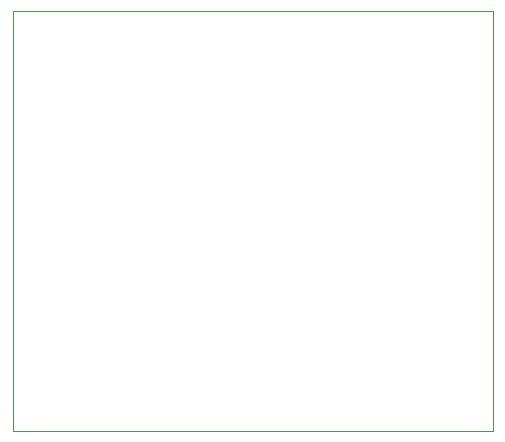
<source format=gbr>
%TF.GenerationSoftware,KiCad,Pcbnew,7.0.6*%
%TF.CreationDate,2023-08-09T00:10:05+09:00*%
%TF.ProjectId,sample_project,73616d70-6c65-45f7-9072-6f6a6563742e,rev?*%
%TF.SameCoordinates,Original*%
%TF.FileFunction,Profile,NP*%
%FSLAX46Y46*%
G04 Gerber Fmt 4.6, Leading zero omitted, Abs format (unit mm)*
G04 Created by KiCad (PCBNEW 7.0.6) date 2023-08-09 00:10:05*
%MOMM*%
%LPD*%
G01*
G04 APERTURE LIST*
%TA.AperFunction,Profile*%
%ADD10C,0.100000*%
%TD*%
G04 APERTURE END LIST*
D10*
X165100000Y-119380000D02*
X124460000Y-119380000D01*
X124460000Y-83820000D01*
X165100000Y-83820000D01*
X165100000Y-119380000D01*
M02*

</source>
